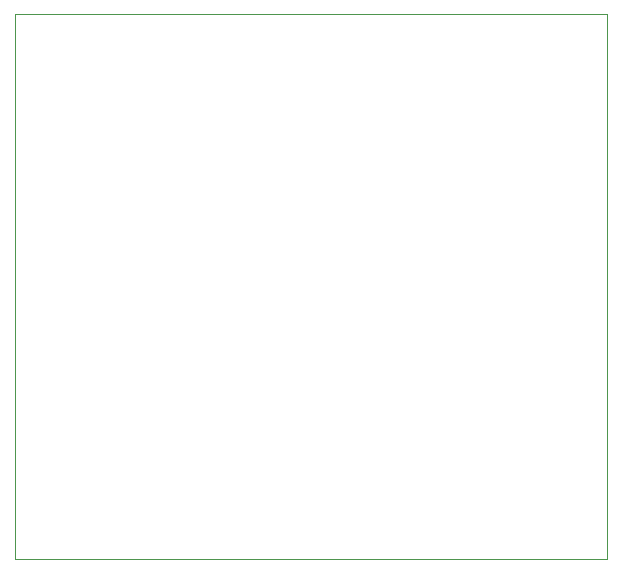
<source format=gm1>
G04 #@! TF.GenerationSoftware,KiCad,Pcbnew,5.1.5-52549c5~86~ubuntu18.04.1*
G04 #@! TF.CreationDate,2020-12-30T12:38:52-08:00*
G04 #@! TF.ProjectId,Atmel_Adapter_rev02,41746d65-6c5f-4416-9461-707465725f72,rev?*
G04 #@! TF.SameCoordinates,Original*
G04 #@! TF.FileFunction,Profile,NP*
%FSLAX46Y46*%
G04 Gerber Fmt 4.6, Leading zero omitted, Abs format (unit mm)*
G04 Created by KiCad (PCBNEW 5.1.5-52549c5~86~ubuntu18.04.1) date 2020-12-30 12:38:52*
%MOMM*%
%LPD*%
G04 APERTURE LIST*
%ADD10C,0.100000*%
G04 APERTURE END LIST*
D10*
X156050000Y-57950000D02*
X105950000Y-57950000D01*
X156050000Y-104050000D02*
X156050000Y-57950000D01*
X105950000Y-104050000D02*
X156050000Y-104050000D01*
X105950000Y-57950000D02*
X105950000Y-104050000D01*
M02*

</source>
